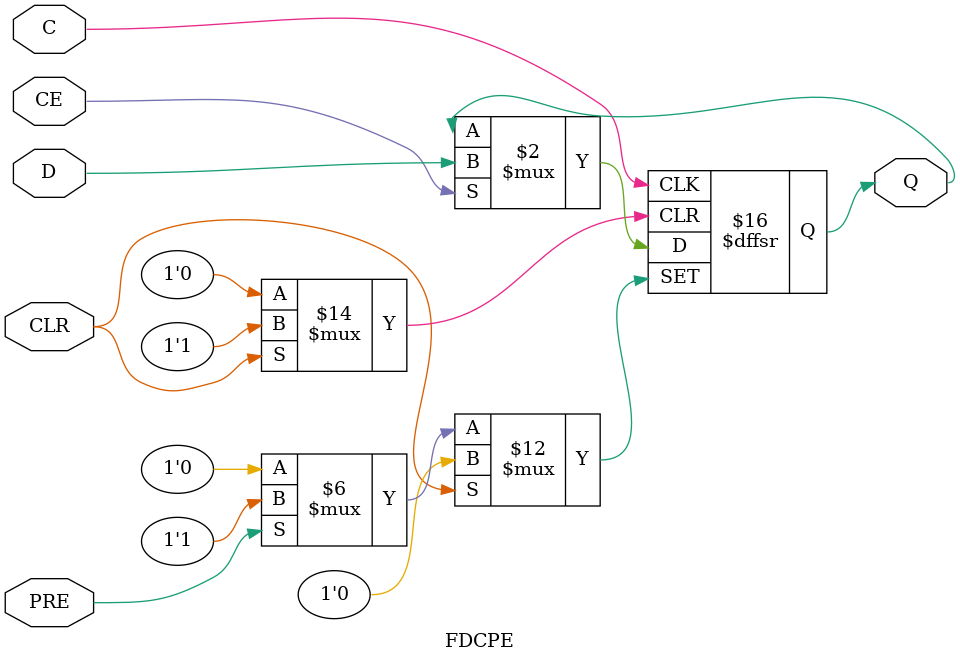
<source format=v>

/*

FUNCTION        : D-FLIP-FLOP with async clear, async preset and clock enable

*/

// `celldefine
`timescale  100 ps / 10 ps

module FDCPE (Q, C, CE, CLR, D, PRE);

    parameter INIT = 1'b0;

    output Q;
    reg    Q;

    input  C, CE, CLR, D, PRE;

        always @(posedge CLR or posedge PRE or posedge C)
            if (CLR)
                Q <= 0;
            else if (PRE)
                Q <= 1;
            else if (CE)
                Q <= D;

endmodule

</source>
